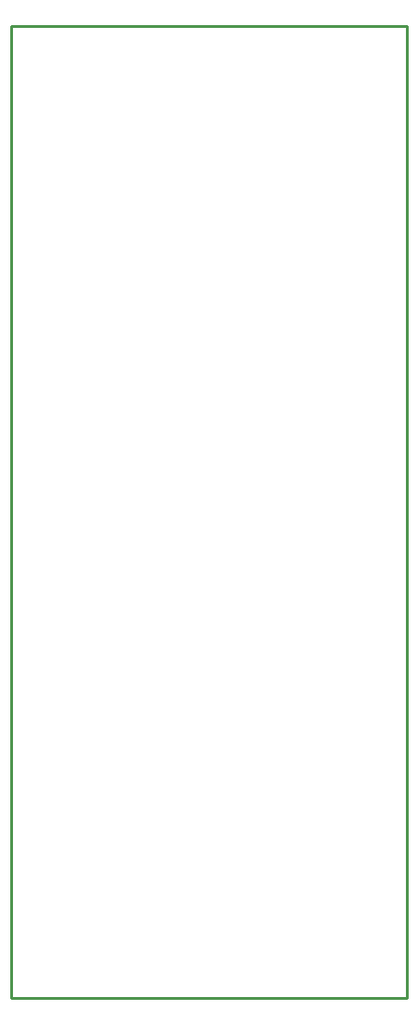
<source format=gko>
G04*
G04 #@! TF.GenerationSoftware,Altium Limited,Altium Designer,21.6.4 (81)*
G04*
G04 Layer_Color=16711935*
%FSLAX25Y25*%
%MOIN*%
G70*
G04*
G04 #@! TF.SameCoordinates,D5AC2A0C-6B64-4F22-A7EC-2E28CE3556BC*
G04*
G04*
G04 #@! TF.FilePolarity,Positive*
G04*
G01*
G75*
%ADD13C,0.01000*%
D13*
X261600Y27363D02*
Y33086D01*
Y24502D02*
Y27363D01*
Y33086D02*
Y35947D01*
Y41669D01*
Y18493D02*
Y24502D01*
X261600Y-242126D02*
Y-154320D01*
X261600Y18493D02*
X261600Y18493D01*
Y83823D02*
Y106299D01*
Y41669D02*
Y83823D01*
X403543Y-242126D02*
Y106299D01*
X261600Y-242126D02*
X403543D01*
X261600Y18493D02*
X261600Y-154320D01*
X261600Y106299D02*
X403543D01*
M02*

</source>
